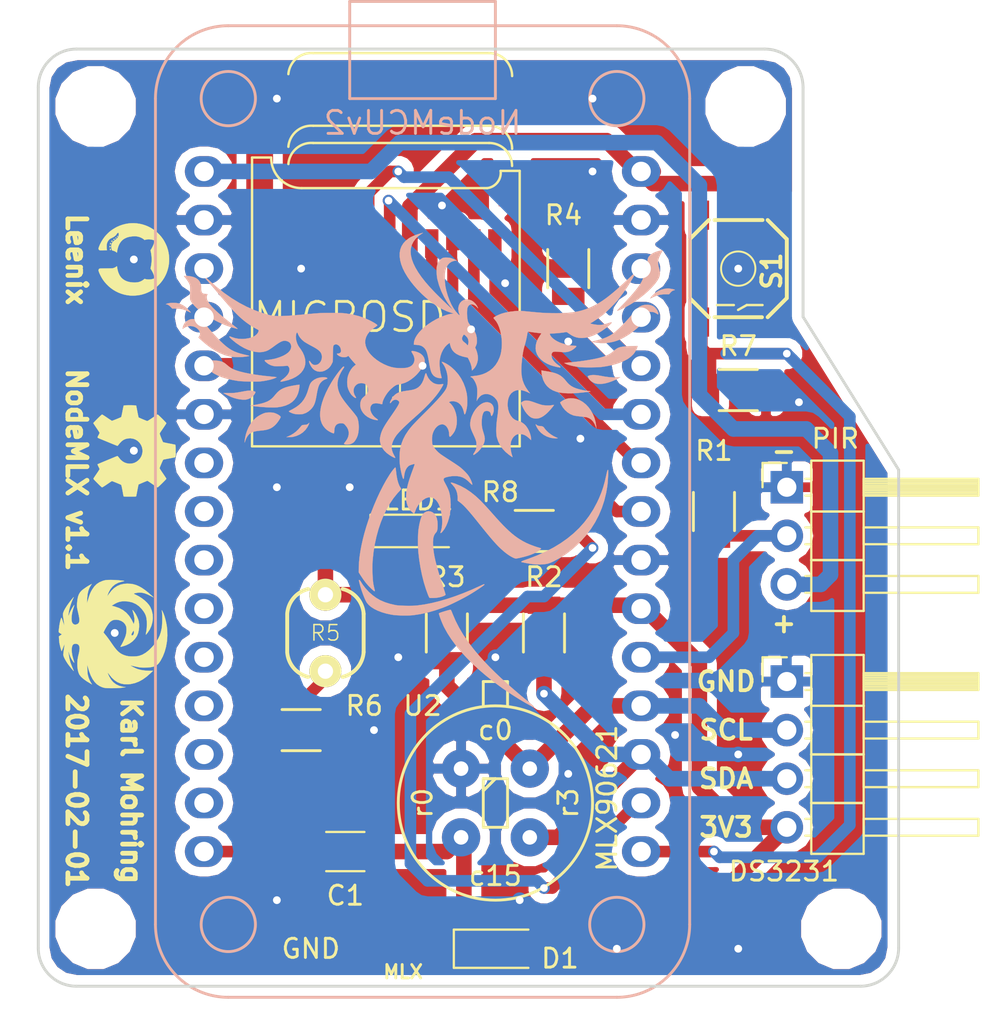
<source format=kicad_pcb>
(kicad_pcb (version 4) (host pcbnew 4.0.5)
  (layers (0 F.Cu signal) (31 B.Cu signal) (34 B.Paste user) (35 F.Paste user) (36 B.SilkS user) (37 F.SilkS user) (38 B.Mask user) (39 F.Mask user) (44 Edge.Cuts user))
  (net 0 "")
  (net 1 "Net-(C1-Pad1)")
  (net 2 GND)
  (net 3 SCL)
  (net 4 SDA)
  (net 5 3.3V)
  (net 6 PIR)
  (net 7 5V)
  (net 8 SD_CS)
  (net 9 SD_MOSI)
  (net 10 SD_CLK)
  (net 11 SD_MISO)
  (net 12 LIGHT)
  (net 13 BUTTON)
  (net 14 LED)
  (net 15 "Net-(LED1-Pad2)")
  (module Diodes_SMD:D_SOD-123 (layer F.Cu) (at 41.9852 66.04)
    (fp_text reference D1 (at 3.302 0.508) (layer F.SilkS))
    (fp_text value 1N4148 hide)
    (pad 1 smd rect (at -1.65 0) (size 0.9 1.2) (layers F.Cu F.Paste F.Mask) (net 1 "Net-(C1-Pad1)"))
    (pad 2 smd rect (at 1.65 0) (size 0.9 1.2) (layers F.Cu F.Paste F.Mask) (net 5 3.3V))
  )
  (module toolbox:via-0.6mm (layer F.Cu) (at 45.72 56.896)
    (fp_text reference "" hide)
    (fp_text value "" hide)
    (pad 1 thru_hole circle (at 0 0) (size 0.8128 0.8128) (drill 0.4064) (layers *.Cu) (net 2 GND))
  )
  (module toolbox:via-0.6mm (layer F.Cu) (at 36.83 50.8)
    (fp_text reference "" hide)
    (fp_text value "" hide)
    (pad 1 thru_hole circle (at 0 0) (size 0.8128 0.8128) (drill 0.4064) (layers *.Cu) (net 2 GND))
  )
  (module toolbox:via-0.6mm (layer F.Cu) (at 51.308 54.864)
    (fp_text reference "" hide)
    (fp_text value "" hide)
    (pad 1 thru_hole circle (at 0 0) (size 0.8128 0.8128) (drill 0.4064) (layers *.Cu) (net 2 GND))
  )
  (module toolbox:via-0.6mm (layer F.Cu) (at 54.61 30.48)
    (fp_text reference "" hide)
    (fp_text value "" hide)
    (pad 1 thru_hole circle (at 0 0) (size 0.8128 0.8128) (drill 0.4064) (layers *.Cu) (net 2 GND))
  )
  (module toolbox:via-0.6mm (layer F.Cu) (at 22 49.53)
    (fp_text reference "" hide)
    (fp_text value "" hide)
    (pad 1 thru_hole circle (at 0 0) (size 0.8128 0.8128) (drill 0.4064) (layers *.Cu) (net 2 GND))
  )
  (module toolbox:via-0.6mm (layer F.Cu) (at 23 40)
    (fp_text reference "" hide)
    (fp_text value "" hide)
    (pad 1 thru_hole circle (at 0 0) (size 0.8128 0.8128) (drill 0.4064) (layers *.Cu) (net 2 GND))
  )
  (module toolbox:via-0.6mm (layer F.Cu) (at 23 30)
    (fp_text reference "" hide)
    (fp_text value "" hide)
    (pad 1 thru_hole circle (at 0 0) (size 0.8128 0.8128) (drill 0.4064) (layers *.Cu) (net 2 GND))
  )
  (module toolbox:via-0.6mm (layer F.Cu) (at 23 40)
    (fp_text reference "" hide)
    (fp_text value "" hide)
    (pad 1 thru_hole circle (at 0 0) (size 0.8128 0.8128) (drill 0.4064) (layers *.Cu) (net 2 GND))
  )
  (module toolbox:phoenix-round (layer F.Cu) (at 22 49.53 270)
    (fp_text reference G*** hide)
    (fp_text value LOGO hide)
  )
  (module toolbox:via-0.6mm (layer F.Cu) (at 41.91 50.8)
    (fp_text reference "" hide)
    (fp_text value "" hide)
    (pad 1 thru_hole circle (at 0 0) (size 0.8128 0.8128) (drill 0.4064) (layers *.Cu) (net 2 GND))
  )
  (module Pin_Headers:Pin_Header_Angled_1x03_Pitch2.54mm (layer F.Cu) (at 57.15 41.91)
    (fp_text reference J2 hide)
    (fp_text value PIR (at 2.54 -2.54) (layer F.SilkS))
    (pad 1 thru_hole rect (at 0 0) (size 1.7 1.7) (drill 1) (layers *.Cu *.Mask) (net 2 GND))
    (pad 2 thru_hole oval (at 0 2.54) (size 1.7 1.7) (drill 1) (layers *.Cu *.Mask) (net 6 PIR))
    (pad 3 thru_hole oval (at 0 5.08) (size 1.7 1.7) (drill 1) (layers *.Cu *.Mask) (net 7 5V))
  )
  (module Resistors_SMD:R_1206 (layer F.Cu) (at 53.34 43.18 90)
    (fp_text reference R1 (at 3.175 0 180) (layer F.SilkS))
    (fp_text value 4K7)
    (pad 1 smd rect (at -1.45 0 90) (size 0.9 1.7) (layers F.Cu F.Paste F.Mask) (net 6 PIR))
    (pad 2 smd rect (at 1.45 0 90) (size 0.9 1.7) (layers F.Cu F.Paste F.Mask) (net 2 GND))
  )
  (module toolbox:nodemcuv2 (layer B.Cu) (at 38.1 43.18 90)
    (fp_text reference U1 hide)
    (fp_text value NodeMCUv2 (at 20.32 0 180) (layer B.SilkS) (effects (font (size 1.2 1.2)) (justify mirror)))
    (pad D0 thru_hole oval (at -17.78 11.43 90) (size 1.6 2) (drill 1.016) (layers *.Cu *.Mask) (net 13 BUTTON))
    (pad A0 thru_hole oval (at -17.78 -11.43 90) (size 1.6 2) (drill 1.016) (layers *.Cu *.Mask) (net 12 LIGHT))
    (pad D1 thru_hole oval (at -15.24 11.43 90) (size 1.6 2) (drill 1.016) (layers *.Cu *.Mask) (net 14 LED))
    (pad RSV thru_hole oval (at -15.24 -11.43 90) (size 1.6 2) (drill 1.016) (layers *.Cu *.Mask))
    (pad D2 thru_hole oval (at -12.7 11.43 90) (size 1.6 2) (drill 1.016) (layers *.Cu *.Mask) (net 4 SDA))
    (pad RSV thru_hole oval (at -12.7 -11.43 90) (size 1.6 2) (drill 1.016) (layers *.Cu *.Mask))
    (pad D3 thru_hole oval (at -10.16 11.43 90) (size 1.6 2) (drill 1.016) (layers *.Cu *.Mask) (net 3 SCL))
    (pad SDD3 thru_hole oval (at -10.16 -11.43 90) (size 1.6 2) (drill 1.016) (layers *.Cu *.Mask))
    (pad D4 thru_hole oval (at -7.62 11.43 90) (size 1.6 2) (drill 1.016) (layers *.Cu *.Mask) (net 6 PIR))
    (pad SDD2 thru_hole oval (at -7.62 -11.43 90) (size 1.6 2) (drill 1.016) (layers *.Cu *.Mask))
    (pad 3V3 thru_hole oval (at -5.08 11.43 90) (size 1.6 2) (drill 1.016) (layers *.Cu *.Mask) (net 5 3.3V))
    (pad SDD1 thru_hole oval (at -5.08 -11.43 90) (size 1.6 2) (drill 1.016) (layers *.Cu *.Mask))
    (pad GND thru_hole oval (at -2.54 11.43 90) (size 1.6 2) (drill 1.016) (layers *.Cu *.Mask) (net 2 GND))
    (pad SCMD thru_hole oval (at -2.54 -11.43 90) (size 1.6 2) (drill 1.016) (layers *.Cu *.Mask))
    (pad D5 thru_hole oval (at 0 11.43 90) (size 1.6 2) (drill 1.016) (layers *.Cu *.Mask) (net 10 SD_CLK))
    (pad SDD0 thru_hole oval (at 0 -11.43 90) (size 1.6 2) (drill 1.016) (layers *.Cu *.Mask))
    (pad D6 thru_hole oval (at 2.54 11.43 90) (size 1.6 2) (drill 1.016) (layers *.Cu *.Mask) (net 11 SD_MISO))
    (pad SCLK thru_hole oval (at 2.54 -11.43 90) (size 1.6 2) (drill 1.016) (layers *.Cu *.Mask))
    (pad D7 thru_hole oval (at 5.08 11.43 90) (size 1.6 2) (drill 1.016) (layers *.Cu *.Mask) (net 9 SD_MOSI))
    (pad GND thru_hole oval (at 5.08 -11.43 90) (size 1.6 2) (drill 1.016) (layers *.Cu *.Mask) (net 2 GND))
    (pad D8 thru_hole oval (at 7.62 11.43 90) (size 1.6 2) (drill 1.016) (layers *.Cu *.Mask) (net 8 SD_CS))
    (pad 3V3 thru_hole oval (at 7.62 -11.43 90) (size 1.6 2) (drill 1.016) (layers *.Cu *.Mask) (net 5 3.3V))
    (pad D9 thru_hole oval (at 10.16 11.43 90) (size 1.6 2) (drill 1.016) (layers *.Cu *.Mask))
    (pad EN thru_hole oval (at 10.16 -11.43 90) (size 1.6 2) (drill 1.016) (layers *.Cu *.Mask))
    (pad D10 thru_hole oval (at 12.7 11.43 90) (size 1.6 2) (drill 1.016) (layers *.Cu *.Mask))
    (pad RST thru_hole oval (at 12.7 -11.43 90) (size 1.6 2) (drill 1.016) (layers *.Cu *.Mask))
    (pad GND thru_hole oval (at 15.24 11.43 90) (size 1.6 2) (drill 1.016) (layers *.Cu *.Mask) (net 2 GND))
    (pad GND thru_hole oval (at 15.24 -11.43 90) (size 1.6 2) (drill 1.016) (layers *.Cu *.Mask) (net 2 GND))
    (pad 3V3 thru_hole oval (at 17.78 11.43 90) (size 1.6 2) (drill 1.016) (layers *.Cu *.Mask) (net 5 3.3V))
    (pad Vin thru_hole oval (at 17.78 -11.43 90) (size 1.6 2) (drill 1.016) (layers *.Cu *.Mask) (net 7 5V))
  )
  (module toolbox:phoenix (layer B.Cu) (at 38 41 180)
    (fp_text reference G*** hide)
    (fp_text value LOGO hide)
  )
  (module toolbox:via-0.6mm (layer F.Cu) (at 46.99 21.59)
    (fp_text reference "" hide)
    (fp_text value "" hide)
    (pad 1 thru_hole circle (at 0 0) (size 0.8128 0.8128) (drill 0.4064) (layers *.Cu) (net 2 GND))
  )
  (module toolbox:via-0.6mm (layer F.Cu) (at 30.48 21.59)
    (fp_text reference "" hide)
    (fp_text value "" hide)
    (pad 1 thru_hole circle (at 0 0) (size 0.8128 0.8128) (drill 0.4064) (layers *.Cu) (net 2 GND))
  )
  (module Mounting_Holes:MountingHole_3.2mm_M3 (layer F.Cu) (at 55 22)
    (fp_text reference REF** hide)
    (fp_text value MountingHole_3.2mm_M3 hide)
    (pad 1 np_thru_hole circle (at 0 0) (size 3.2 3.2) (drill 3.2) (layers *.Cu *.Mask))
  )
  (module Mounting_Holes:MountingHole_3.2mm_M3 (layer F.Cu) (at 21 22)
    (fp_text reference REF** hide)
    (fp_text value MountingHole_3.2mm_M3 hide)
    (pad 1 np_thru_hole circle (at 0 0) (size 3.2 3.2) (drill 3.2) (layers *.Cu *.Mask))
  )
  (module Mounting_Holes:MountingHole_3.2mm_M3 (layer F.Cu) (at 21 65)
    (fp_text reference REF** hide)
    (fp_text value MountingHole_3.2mm_M3 hide)
    (pad 1 np_thru_hole circle (at 0 0) (size 3.2 3.2) (drill 3.2) (layers *.Cu *.Mask))
  )
  (module toolbox:via-0.6mm (layer F.Cu) (at 46.355 39.37)
    (fp_text reference "" hide)
    (fp_text value "" hide)
    (pad 1 thru_hole circle (at 0 0) (size 0.8128 0.8128) (drill 0.4064) (layers *.Cu) (net 2 GND))
  )
  (module toolbox:via-0.6mm (layer F.Cu) (at 40.64 33.655)
    (fp_text reference "" hide)
    (fp_text value "" hide)
    (pad 1 thru_hole circle (at 0 0) (size 0.8128 0.8128) (drill 0.4064) (layers *.Cu) (net 2 GND))
  )
  (module toolbox:via-0.6mm (layer F.Cu) (at 42.418 31.242)
    (fp_text reference "" hide)
    (fp_text value "" hide)
    (pad 1 thru_hole circle (at 0 0) (size 0.8128 0.8128) (drill 0.4064) (layers *.Cu) (net 2 GND))
  )
  (module toolbox:via-0.6mm (layer F.Cu) (at 39.116 27.178)
    (fp_text reference "" hide)
    (fp_text value "" hide)
    (pad 1 thru_hole circle (at 0 0) (size 0.8128 0.8128) (drill 0.4064) (layers *.Cu) (net 2 GND))
  )
  (module toolbox:via-0.6mm (layer F.Cu) (at 54.61 55.88)
    (fp_text reference "" hide)
    (fp_text value "" hide)
    (pad 1 thru_hole circle (at 0 0) (size 0.8128 0.8128) (drill 0.4064) (layers *.Cu) (net 2 GND))
  )
  (module toolbox:via-0.6mm (layer F.Cu) (at 54.61 66.04)
    (fp_text reference "" hide)
    (fp_text value "" hide)
    (pad 1 thru_hole circle (at 0 0) (size 0.8128 0.8128) (drill 0.4064) (layers *.Cu) (net 2 GND))
  )
  (module toolbox:via-0.6mm (layer F.Cu) (at 48.26 66.04)
    (fp_text reference "" hide)
    (fp_text value "" hide)
    (pad 1 thru_hole circle (at 0 0) (size 0.8128 0.8128) (drill 0.4064) (layers *.Cu) (net 2 GND))
  )
  (module toolbox:via-0.6mm (layer F.Cu) (at 43.18 63.5)
    (fp_text reference "" hide)
    (fp_text value "" hide)
    (pad 1 thru_hole circle (at 0 0) (size 0.8128 0.8128) (drill 0.4064) (layers *.Cu) (net 2 GND))
  )
  (module toolbox:via-0.6mm (layer F.Cu) (at 30.48 63.5)
    (fp_text reference "" hide)
    (fp_text value "" hide)
    (pad 1 thru_hole circle (at 0 0) (size 0.8128 0.8128) (drill 0.4064) (layers *.Cu) (net 2 GND))
  )
  (module toolbox:via-0.6mm (layer F.Cu) (at 35.56 54.61)
    (fp_text reference "" hide)
    (fp_text value "" hide)
    (pad 1 thru_hole circle (at 0 0) (size 0.8128 0.8128) (drill 0.4064) (layers *.Cu) (net 2 GND))
  )
  (module toolbox:via-0.6mm (layer F.Cu) (at 46.99 25.4)
    (fp_text reference "" hide)
    (fp_text value "" hide)
    (pad 1 thru_hole circle (at 0 0) (size 0.8128 0.8128) (drill 0.4064) (layers *.Cu) (net 2 GND))
  )
  (module toolbox:via-0.6mm (layer F.Cu) (at 45.72 34.29)
    (fp_text reference "" hide)
    (fp_text value "" hide)
    (pad 1 thru_hole circle (at 0 0) (size 0.8128 0.8128) (drill 0.4064) (layers *.Cu) (net 2 GND))
  )
  (module toolbox:via-0.6mm (layer F.Cu) (at 34.29 41.91)
    (fp_text reference "" hide)
    (fp_text value "" hide)
    (pad 1 thru_hole circle (at 0 0) (size 0.8128 0.8128) (drill 0.4064) (layers *.Cu) (net 2 GND))
  )
  (module toolbox:via-0.6mm (layer F.Cu) (at 30.48 41.91)
    (fp_text reference "" hide)
    (fp_text value "" hide)
    (pad 1 thru_hole circle (at 0 0) (size 0.8128 0.8128) (drill 0.4064) (layers *.Cu) (net 2 GND))
  )
  (module toolbox:via-0.6mm (layer F.Cu) (at 38.1 35.56)
    (fp_text reference "" hide)
    (fp_text value "" hide)
    (pad 1 thru_hole circle (at 0 0) (size 0.8128 0.8128) (drill 0.4064) (layers *.Cu) (net 2 GND))
  )
  (module toolbox:via-0.6mm (layer F.Cu) (at 31.75 30.48)
    (fp_text reference "" hide)
    (fp_text value "" hide)
    (pad 1 thru_hole circle (at 0 0) (size 0.8128 0.8128) (drill 0.4064) (layers *.Cu) (net 2 GND))
  )
  (module Capacitors_SMD:C_1206 (layer F.Cu) (at 34.06 60.96 180)
    (fp_text reference C1 (at 0 -2.3 180) (layer F.SilkS))
    (fp_text value 10uF)
    (pad 1 smd rect (at -1.5 0 180) (size 1 1.6) (layers F.Cu F.Paste F.Mask) (net 1 "Net-(C1-Pad1)"))
    (pad 2 smd rect (at 1.5 0 180) (size 1 1.6) (layers F.Cu F.Paste F.Mask) (net 2 GND))
  )
  (module Resistors_SMD:R_1206 (layer F.Cu) (at 44.45 49.53 270)
    (fp_text reference R2 (at -2.921 0 360) (layer F.SilkS))
    (fp_text value 4K7)
    (pad 1 smd rect (at -1.45 0 270) (size 0.9 1.7) (layers F.Cu F.Paste F.Mask) (net 5 3.3V))
    (pad 2 smd rect (at 1.45 0 270) (size 0.9 1.7) (layers F.Cu F.Paste F.Mask) (net 4 SDA))
  )
  (module Resistors_SMD:R_1206 (layer F.Cu) (at 39.37 49.53 270)
    (fp_text reference R3 (at -2.921 0 360) (layer F.SilkS))
    (fp_text value 4K7)
    (pad 1 smd rect (at -1.45 0 270) (size 0.9 1.7) (layers F.Cu F.Paste F.Mask) (net 5 3.3V))
    (pad 2 smd rect (at 1.45 0 270) (size 0.9 1.7) (layers F.Cu F.Paste F.Mask) (net 3 SCL))
  )
  (module Resistors_SMD:R_1206 (layer F.Cu) (at 45.72 30.48 90)
    (fp_text reference R4 (at 2.794 -0.254 180) (layer F.SilkS))
    (fp_text value 4K7)
    (pad 1 smd rect (at -1.45 0 90) (size 0.9 1.7) (layers F.Cu F.Paste F.Mask) (net 8 SD_CS))
    (pad 2 smd rect (at 1.45 0 90) (size 0.9 1.7) (layers F.Cu F.Paste F.Mask) (net 2 GND))
  )
  (module Resistors_SMD:R_1206 (layer F.Cu) (at 31.75 54.61)
    (fp_text reference R6 (at 3.302 -1.27) (layer F.SilkS))
    (fp_text value 10K)
    (pad 1 smd rect (at -1.45 0) (size 0.9 1.7) (layers F.Cu F.Paste F.Mask) (net 12 LIGHT))
    (pad 2 smd rect (at 1.45 0) (size 0.9 1.7) (layers F.Cu F.Paste F.Mask) (net 2 GND))
  )
  (module PAD.02X.02 (layer F.Cu) (at 37.084 66.04)
    (fp_text reference TP1 hide)
    (fp_text value MLX (at 0 1.21) (layer F.SilkS) (effects (font (size 0.7 0.7))))
    (pad P$1 smd rect (at 0 0) (size 0.508 0.508) (layers F.Cu F.Paste F.Mask) (net 1 "Net-(C1-Pad1)"))
  )
  (module PAD.02X.02 (layer F.Cu) (at 34.29 66.04)
    (fp_text reference TP2 hide)
    (fp_text value GND (at -2.032 0) (layer F.SilkS))
    (pad P$1 smd rect (at 0 0) (size 0.508 0.508) (layers F.Cu F.Paste F.Mask) (net 2 GND))
  )
  (module toolbox:mlx90621 (layer F.Cu) (at 41.91 58.42 90)
    (fp_text reference U2 (at 5.08 -3.81 180) (layer F.SilkS))
    (fp_text value MLX90621 (at 0.254 5.842 90) (layer F.SilkS))
    (fp_text user c0 (at 3.81 -0.000003 360) (layer F.SilkS))
    (fp_text user c15 (at -3.81 -0.000003 360) (layer F.SilkS))
    (fp_text user r0 (at 0 -3.810003 90) (layer F.SilkS))
    (fp_text user r3 (at 0 3.809997 90) (layer F.SilkS))
    (pad SCL thru_hole circle (at 1.796051 1.796048 135) (size 2 2) (drill 0.762) (layers *.Cu *.Mask) (net 3 SCL))
    (pad SDA thru_hole circle (at -1.796051 1.796048 135) (size 2 2) (drill 0.762) (layers *.Cu *.Mask) (net 4 SDA))
    (pad VDD thru_hole circle (at -1.796051 -1.796054 315) (size 2 2) (drill 0.762) (layers *.Cu *.Mask) (net 1 "Net-(C1-Pad1)"))
    (pad VSS thru_hole circle (at 1.796051 -1.796054 135) (size 2 2) (drill 0.762) (layers *.Cu *.Mask) (net 2 GND))
  )
  (module SparkFun-Sensors:PHOTOCELL (layer F.Cu) (at 33.02 49.53 270)
    (fp_text reference R5 (at 0 0 360) (layer F.SilkS) (effects (font (size 0.8128 0.8128) (thickness 0.0762))))
    (fp_text value PHOTOCELLPTH hide)
    (pad 1 thru_hole circle (at -1.99898 0 270) (size 1.6764 1.6764) (drill 0.79756) (layers *.Cu F.Paste F.SilkS F.Mask) (net 5 3.3V))
    (pad 2 thru_hole circle (at 1.99898 0 270) (size 1.6764 1.6764) (drill 0.79756) (layers *.Cu F.Paste F.SilkS F.Mask) (net 12 LIGHT))
  )
  (module toolbox:via-0.6mm (layer F.Cu) (at 57.785 37.465)
    (fp_text reference "" hide)
    (fp_text value "" hide)
    (pad 1 thru_hole circle (at 0 0) (size 0.8128 0.8128) (drill 0.4064) (layers *.Cu) (net 2 GND))
  )
  (module toolbox:MICROSD (layer F.Cu) (at 43.18 39.80942 180)
    (fp_text reference M1 (at 6.985 3.175 180) (layer F.SilkS) (effects (font (size 1.27 1.27) (thickness 0.1016))))
    (fp_text value MICROSD (at 8.89 6.78942 180) (layer F.SilkS))
    (pad 1 smd rect (at 8.99922 10.63752 180) (size 0.6985 1.4986) (layers F.Cu F.Paste F.Mask))
    (pad 2 smd rect (at 7.8994 10.23874 180) (size 0.6985 1.4986) (layers F.Cu F.Paste F.Mask) (net 8 SD_CS))
    (pad 3 smd rect (at 6.79958 10.63752 180) (size 0.6985 1.4986) (layers F.Cu F.Paste F.Mask) (net 9 SD_MOSI))
    (pad 4 smd rect (at 5.69976 11.03884 180) (size 0.6985 1.4986) (layers F.Cu F.Paste F.Mask) (net 5 3.3V))
    (pad 5 smd rect (at 4.59994 10.63752 180) (size 0.6985 1.4986) (layers F.Cu F.Paste F.Mask) (net 10 SD_CLK))
    (pad 6 smd rect (at 3.49758 11.03884 180) (size 0.6985 1.4986) (layers F.Cu F.Paste F.Mask) (net 2 GND))
    (pad 7 smd rect (at 2.39776 10.63752 180) (size 0.6985 1.4986) (layers F.Cu F.Paste F.Mask) (net 11 SD_MISO))
    (pad 8 smd rect (at 1.29794 10.63752 180) (size 0.6985 1.4986) (layers F.Cu F.Paste F.Mask))
    (pad CD1 smd rect (at 1.99898 0.43942 270) (size 1.39954 1.79832) (layers F.Cu F.Paste F.Mask))
    (pad CD2 smd rect (at 7.99846 0.43942 270) (size 1.39954 1.79832) (layers F.Cu F.Paste F.Mask))
    (pad MT1 smd rect (at 0.39878 13.5382 180) (size 1.39954 1.89992) (layers F.Cu F.Paste F.Mask) (net 2 GND))
    (pad MT2 smd rect (at 13.59916 14.4399 180) (size 1.39954 1.89992) (layers F.Cu F.Paste F.Mask) (net 2 GND))
  )
  (module Mounting_Holes:MountingHole_3.2mm_M3 (layer F.Cu) (at 60 65)
    (fp_text reference REF** hide)
    (fp_text value MountingHole_3.2mm_M3 hide)
    (pad 1 np_thru_hole circle (at 0 0) (size 3.2 3.2) (drill 3.2) (layers *.Cu *.Mask))
  )
  (module toolbox:octokitty_small (layer F.Cu) (at 23 30 270)
    (fp_text reference G*** hide)
    (fp_text value LOGO hide)
  )
  (module toolbox:open-hardware-5mm (layer F.Cu) (at 23 40 270)
    (fp_text reference G*** hide)
    (fp_text value LOGO hide)
  )
  (module Resistors_SMD:R_1206 (layer F.Cu) (at 54.61 36.83)
    (fp_text reference R7 (at 0 -2.3) (layer F.SilkS))
    (fp_text value 4K7)
    (pad 1 smd rect (at -1.45 0) (size 0.9 1.7) (layers F.Cu F.Paste F.Mask) (net 13 BUTTON))
    (pad 2 smd rect (at 1.45 0) (size 0.9 1.7) (layers F.Cu F.Paste F.Mask) (net 2 GND))
  )
  (module Resistors_SMD:R_1206 (layer F.Cu) (at 43.942 44.196 180)
    (fp_text reference R8 (at 1.778 2.032 180) (layer F.SilkS))
    (fp_text value 130R)
    (pad 1 smd rect (at -1.45 0 180) (size 0.9 1.7) (layers F.Cu F.Paste F.Mask) (net 14 LED))
    (pad 2 smd rect (at 1.45 0 180) (size 0.9 1.7) (layers F.Cu F.Paste F.Mask) (net 15 "Net-(LED1-Pad2)"))
  )
  (module LEDs:LED_1206 (layer F.Cu) (at 37.87648 44.196)
    (fp_text reference LED1 (at 0 -1.6) (layer F.SilkS))
    (fp_text value RED)
    (pad 2 smd rect (at 1.65 0 180) (size 1.5 1.5) (layers F.Cu F.Paste F.Mask) (net 15 "Net-(LED1-Pad2)"))
    (pad 1 smd rect (at -1.65 0 180) (size 1.5 1.5) (layers F.Cu F.Paste F.Mask) (net 2 GND))
  )
  (module toolbox:Pin_Header_Angled_1x04_Pitch2.54mm (layer F.Cu) (at 57.15 52.07)
    (fp_text reference J1 hide)
    (fp_text value DS3231 (at -0.15 9.93) (layer F.SilkS))
    (pad 1 thru_hole rect (at 0 0) (size 1.7 1.7) (drill 1) (layers *.Cu *.Mask) (net 2 GND))
    (pad 2 thru_hole oval (at 0 2.54) (size 1.7 1.7) (drill 1) (layers *.Cu *.Mask) (net 3 SCL))
    (pad 3 thru_hole oval (at 0 5.08) (size 1.7 1.7) (drill 1) (layers *.Cu *.Mask) (net 4 SDA))
    (pad 4 thru_hole oval (at 0 7.62) (size 1.7 1.7) (drill 1) (layers *.Cu *.Mask) (net 5 3.3V))
  )
  (module toolbox:TACTILE-SWITCH-SMD (layer F.Cu) (at 54.61 30.48 270)
    (fp_text reference S1 (at 0.127 -1.75 270) (layer F.SilkS) (effects (font (thickness 0.2))))
    (fp_text value TAC_SWITCHSMD hide)
    (pad 1 smd rect (at -2.794 -1.905) (size 0.762 1.524) (layers F.Cu F.Paste F.Mask) (net 5 3.3V))
    (pad 2 smd rect (at 2.794 -1.905) (size 0.762 1.524) (layers F.Cu F.Paste F.Mask) (net 5 3.3V))
    (pad 3 smd rect (at -2.794 1.905) (size 0.762 1.524) (layers F.Cu F.Paste F.Mask) (net 13 BUTTON))
    (pad 4 smd rect (at 2.794 1.905) (size 0.762 1.524) (layers F.Cu F.Paste F.Mask) (net 13 BUTTON))
  )
  (gr_text Leenix (at 20 30 270) (layer F.SilkS) (effects (font (size 1 1) (thickness 0.25))))
  (gr_text "2017-02-01\n" (at 20 57.785 270) (layer F.SilkS) (effects (font (size 1 1) (thickness 0.25))))
  (gr_text "Karl Mohring" (at 22.86 57.785 270) (layer F.SilkS) (effects (font (size 1 1) (thickness 0.25))))
  (gr_text "NodeMLX v1.1" (at 20 41 270) (layer F.SilkS) (effects (font (size 1 1) (thickness 0.25))))
  (gr_arc (start 61 66) (end 63 66) (angle 90) (layer Edge.Cuts) (width 0.15))
  (gr_arc (start 20 66) (end 20 68) (angle 90) (layer Edge.Cuts) (width 0.15))
  (gr_arc (start 20 21) (end 18 21) (angle 90) (layer Edge.Cuts) (width 0.15))
  (gr_arc (start 56 21) (end 56 19) (angle 90) (layer Edge.Cuts) (width 0.15))
  (gr_line (start 58 33) (end 63 41) (layer Edge.Cuts) (width 0.15))
  (gr_line (start 58 21) (end 58 33) (layer Edge.Cuts) (width 0.15))
  (gr_text - (at 57 40) (layer F.SilkS) (effects (font (size 1 1) (thickness 0.2))))
  (gr_text + (at 57 49) (layer F.SilkS) (effects (font (size 1 1) (thickness 0.2))))
  (gr_text GND (at 53.975 52.07) (layer F.SilkS) (effects (font (size 1 1) (thickness 0.2))))
  (gr_text SCL (at 53.975 54.61) (layer F.SilkS) (effects (font (size 1 1) (thickness 0.2))))
  (gr_text SDA (at 53.975 57.15) (layer F.SilkS) (effects (font (size 1 1) (thickness 0.2))))
  (gr_text 3V3 (at 53.975 59.69) (layer F.SilkS) (effects (font (size 1 1) (thickness 0.2))))
  (gr_line (start 56 19) (end 20 19) (angle 90) (layer Edge.Cuts) (width 0.15))
  (gr_line (start 63 66) (end 63 41) (angle 90) (layer Edge.Cuts) (width 0.15))
  (gr_line (start 20 68) (end 61 68) (angle 90) (layer Edge.Cuts) (width 0.15))
  (gr_line (start 18 21) (end 18 66) (angle 90) (layer Edge.Cuts) (width 0.15))
  (segment (start 40.26 66.04) (end 37.084 66.04) (width 0.8124) (layer F.Cu) (net 1))
  (segment (start 40.26 66.04) (end 40.26 60.362105) (width 0.8124) (layer F.Cu) (net 1))
  (segment (start 40.26 60.362105) (end 40.113946 60.216051) (width 0.8124) (layer F.Cu) (net 1))
  (segment (start 40.113946 65.818746) (end 40.3352 66.04) (width 0.8124) (layer F.Cu) (net 1))
  (segment (start 35.56 60.96) (end 39.369997 60.96) (width 0.8124) (layer F.Cu) (net 1))
  (segment (start 39.369997 60.96) (end 40.113946 60.216051) (width 0.8124) (layer F.Cu) (net 1))
  (segment (start 40.3352 60.437305) (end 40.113946 60.216051) (width 0.6069) (layer F.Cu) (net 1))
  (segment (start 57.15 54.61) (end 53.848 54.61) (width 0.8124) (layer B.Cu) (net 3))
  (segment (start 53.848 54.61) (end 52.578 53.34) (width 0.8124) (layer B.Cu) (net 3))
  (segment (start 52.578 53.34) (end 49.53 53.34) (width 0.8124) (layer B.Cu) (net 3))
  (segment (start 39.37 50.98) (end 39.37 52.287901) (width 0.8124) (layer F.Cu) (net 3))
  (segment (start 39.37 52.287901) (end 43.706048 56.623949) (width 0.8124) (layer F.Cu) (net 3))
  (segment (start 46.989997 53.34) (end 49.53 53.34) (width 0.8124) (layer F.Cu) (net 3))
  (segment (start 43.706048 56.623949) (end 46.989997 53.34) (width 0.8124) (layer F.Cu) (net 3))
  (segment (start 39.37 50.98) (end 39.77 50.98) (width 0.3048) (layer F.Cu) (net 3))
  (segment (start 49.53 55.88) (end 49.73 55.88) (width 0.8124) (layer B.Cu) (net 4))
  (segment (start 55.947919 57.15) (end 57.15 57.15) (width 0.8124) (layer B.Cu) (net 4))
  (segment (start 49.73 55.88) (end 51 57.15) (width 0.8124) (layer B.Cu) (net 4))
  (segment (start 51 57.15) (end 55.947919 57.15) (width 0.8124) (layer B.Cu) (net 4))
  (segment (start 44.45 52.705) (end 44.45 50.98) (width 0.8124) (layer F.Cu) (net 4))
  (segment (start 49.53 55.88) (end 47.625 55.88) (width 0.8124) (layer B.Cu) (net 4))
  (segment (start 47.625 55.88) (end 44.45 52.705) (width 0.8124) (layer B.Cu) (net 4))
  (via (at 44.45 52.705) (size 0.6) (drill 0.4) (layers F.Cu B.Cu) (net 4))
  (segment (start 43.706048 60.216051) (end 45.193949 60.216051) (width 0.8124) (layer F.Cu) (net 4))
  (segment (start 45.193949 60.216051) (end 49.53 55.88) (width 0.8124) (layer F.Cu) (net 4))
  (segment (start 49.53 25.4) (end 50.165 26.035) (width 0.8128) (layer F.Cu) (net 5))
  (segment (start 50.165 26.035) (end 55.245 26.035) (width 0.8128) (layer F.Cu) (net 5))
  (segment (start 55.245 26.035) (end 56.515 27.305) (width 0.8128) (layer F.Cu) (net 5))
  (segment (start 56.515 27.305) (end 56.515 27.686) (width 0.8128) (layer F.Cu) (net 5))
  (segment (start 56.515 27.686) (end 56.515 33.274) (width 0.8128) (layer F.Cu) (net 5))
  (segment (start 46.803 64.135) (end 52.705 64.135) (width 0.8128) (layer F.Cu) (net 5))
  (segment (start 52.705 64.135) (end 57.15 59.69) (width 0.8128) (layer F.Cu) (net 5))
  (segment (start 43.6352 66.04) (end 44.898 66.04) (width 0.8128) (layer F.Cu) (net 5))
  (segment (start 44.898 66.04) (end 46.803 64.135) (width 0.8128) (layer F.Cu) (net 5))
  (segment (start 57.15 59.69) (end 54.677919 59.69) (width 0.8124) (layer F.Cu) (net 5))
  (segment (start 54.677919 59.69) (end 52.578 57.590081) (width 0.8124) (layer F.Cu) (net 5))
  (segment (start 52.578 57.590081) (end 52.578 51.108) (width 0.8124) (layer F.Cu) (net 5))
  (segment (start 52.578 51.108) (end 49.73 48.26) (width 0.8124) (layer F.Cu) (net 5))
  (segment (start 49.73 48.26) (end 49.53 48.26) (width 0.8124) (layer F.Cu) (net 5))
  (segment (start 37.436071 27.238088) (end 37.436071 28.726411) (width 0.8128) (layer F.Cu) (net 5))
  (segment (start 37.436071 28.726411) (end 37.48024 28.77058) (width 0.8128) (layer F.Cu) (net 5))
  (segment (start 49.276 25.654) (end 49.53 25.4) (width 0.8128) (layer B.Cu) (net 5))
  (segment (start 49.33 25.4) (end 49.53 25.4) (width 0.8128) (layer F.Cu) (net 5))
  (segment (start 31.8135 35.56) (end 32.362392 35.56) (width 0.8128) (layer F.Cu) (net 5))
  (segment (start 47.7172 23.7872) (end 49.33 25.4) (width 0.8128) (layer F.Cu) (net 5))
  (segment (start 40.886959 23.7872) (end 47.7172 23.7872) (width 0.8128) (layer F.Cu) (net 5))
  (segment (start 37.436071 27.238088) (end 40.886959 23.7872) (width 0.8128) (layer F.Cu) (net 5))
  (segment (start 32.362392 35.56) (end 37.436071 30.486321) (width 0.8128) (layer F.Cu) (net 5))
  (segment (start 37.436071 30.486321) (end 37.436071 27.238088) (width 0.8128) (layer F.Cu) (net 5))
  (segment (start 44.45 48.08) (end 49.35 48.08) (width 0.8124) (layer F.Cu) (net 5))
  (segment (start 49.35 48.08) (end 49.53 48.26) (width 0.8124) (layer F.Cu) (net 5))
  (segment (start 39.37 48.08) (end 44.45 48.08) (width 0.8124) (layer F.Cu) (net 5))
  (segment (start 33.02 47.53102) (end 38.82102 47.53102) (width 0.8124) (layer F.Cu) (net 5))
  (segment (start 38.82102 47.53102) (end 39.37 48.08) (width 0.8124) (layer F.Cu) (net 5))
  (segment (start 33.02 47.53102) (end 33.02 36.7665) (width 0.8124) (layer F.Cu) (net 5))
  (segment (start 33.02 36.7665) (end 31.8135 35.56) (width 0.8124) (layer F.Cu) (net 5))
  (segment (start 26.67 35.56) (end 31.8135 35.56) (width 0.8128) (layer F.Cu) (net 5))
  (segment (start 49.53 25.4) (end 50.165 25.4) (width 0.8128) (layer F.Cu) (net 5))
  (segment (start 43.4848 66.0146) (end 43.4848 66.04) (width 0.8128) (layer F.Cu) (net 5))
  (segment (start 49.53 50.8) (end 53.086 50.8) (width 0.6069) (layer B.Cu) (net 6))
  (segment (start 53.086 50.8) (end 54.356 49.53) (width 0.6069) (layer B.Cu) (net 6))
  (segment (start 54.356 49.53) (end 54.356 45.72) (width 0.6069) (layer B.Cu) (net 6))
  (segment (start 54.356 45.72) (end 55.626 44.45) (width 0.6069) (layer B.Cu) (net 6))
  (segment (start 55.626 44.45) (end 57.15 44.45) (width 0.6069) (layer B.Cu) (net 6))
  (segment (start 57.15 44.45) (end 53.52 44.45) (width 0.6069) (layer F.Cu) (net 6))
  (segment (start 53.52 44.45) (end 53.34 44.63) (width 0.6069) (layer F.Cu) (net 6))
  (segment (start 52.578 37.07965) (end 52.578 37.084) (width 0.8128) (layer B.Cu) (net 7))
  (segment (start 58.928 46.99) (end 57.15 46.99) (width 0.8128) (layer B.Cu) (net 7))
  (segment (start 52.578 37.084) (end 54.356 38.862) (width 0.8128) (layer B.Cu) (net 7))
  (segment (start 54.356 38.862) (end 58.166 38.862) (width 0.8128) (layer B.Cu) (net 7))
  (segment (start 58.166 38.862) (end 59.436 40.132) (width 0.8128) (layer B.Cu) (net 7))
  (segment (start 59.436 40.132) (end 59.436 46.482) (width 0.8128) (layer B.Cu) (net 7))
  (segment (start 59.436 46.482) (end 58.928 46.99) (width 0.8128) (layer B.Cu) (net 7))
  (segment (start 26.67 25.4) (end 35.402126 25.4) (width 0.8124) (layer B.Cu) (net 7))
  (segment (start 35.402126 25.4) (end 36.908336 23.89379) (width 0.8124) (layer B.Cu) (net 7))
  (segment (start 36.908336 23.89379) (end 50.353892 23.89379) (width 0.8124) (layer B.Cu) (net 7))
  (segment (start 50.353892 23.89379) (end 52.578 26.117898) (width 0.8124) (layer B.Cu) (net 7))
  (segment (start 52.578 26.117898) (end 52.578 37.07965) (width 0.8124) (layer B.Cu) (net 7))
  (segment (start 36.83 25.4) (end 37.129999 25.699999) (width 0.6069) (layer B.Cu) (net 8))
  (segment (start 37.129999 25.699999) (end 39.469999 25.699999) (width 0.6069) (layer B.Cu) (net 8))
  (segment (start 39.469999 25.699999) (end 39.787091 26.017091) (width 0.6069) (layer B.Cu) (net 8))
  (segment (start 36.405736 25.4) (end 36.83 25.4) (width 0.6069) (layer F.Cu) (net 8))
  (segment (start 35.2806 26.525136) (end 36.405736 25.4) (width 0.6069) (layer F.Cu) (net 8))
  (via (at 36.83 25.4) (size 0.6) (drill 0.4) (layers F.Cu B.Cu) (net 8))
  (segment (start 35.2806 29.13126) (end 35.2806 26.525136) (width 0.6069) (layer F.Cu) (net 8))
  (segment (start 49.53 35.56) (end 49.33 35.56) (width 0.6069) (layer B.Cu) (net 8))
  (segment (start 49.33 35.56) (end 39.787091 26.017091) (width 0.6069) (layer B.Cu) (net 8))
  (segment (start 49.53 35.56) (end 49.35 35.56) (width 0.6069) (layer F.Cu) (net 8))
  (segment (start 49.35 35.56) (end 45.72 31.93) (width 0.6069) (layer F.Cu) (net 8))
  (segment (start 46.12 31.93) (end 45.72 31.93) (width 0.3048) (layer F.Cu) (net 8))
  (segment (start 49.53 35.56) (end 49.33 35.56) (width 0.3048) (layer F.Cu) (net 8))
  (segment (start 45.72 31.95) (end 45.72 31.93) (width 0.3048) (layer F.Cu) (net 8))
  (segment (start 36.322 26.924) (end 47.498 38.1) (width 0.6069) (layer B.Cu) (net 9))
  (segment (start 47.498 38.1) (end 49.53 38.1) (width 0.6069) (layer B.Cu) (net 9))
  (segment (start 36.38042 28.73248) (end 36.38042 26.98242) (width 0.6069) (layer F.Cu) (net 9))
  (segment (start 36.38042 26.98242) (end 36.322 26.924) (width 0.6069) (layer F.Cu) (net 9))
  (via (at 36.322 26.924) (size 0.6) (drill 0.4) (layers F.Cu B.Cu) (net 9))
  (segment (start 36.38042 29.13253) (end 36.38042 28.73248) (width 0.3048) (layer F.Cu) (net 9))
  (segment (start 48.26 43.18) (end 49.53 43.18) (width 0.6069) (layer F.Cu) (net 10))
  (segment (start 38.58006 33.50006) (end 48.26 43.18) (width 0.6069) (layer F.Cu) (net 10))
  (segment (start 38.58006 28.73248) (end 38.58006 33.50006) (width 0.6069) (layer F.Cu) (net 10))
  (segment (start 40.78224 28.73248) (end 40.78224 32.09224) (width 0.6069) (layer F.Cu) (net 11))
  (segment (start 40.78224 32.09224) (end 49.33 40.64) (width 0.6069) (layer F.Cu) (net 11))
  (segment (start 49.33 40.64) (end 49.53 40.64) (width 0.6069) (layer F.Cu) (net 11))
  (segment (start 33.02 51.52898) (end 33.02 51.89) (width 0.6069) (layer F.Cu) (net 12))
  (segment (start 33.02 51.89) (end 30.3 54.61) (width 0.6069) (layer F.Cu) (net 12))
  (segment (start 26.67 60.96) (end 28.2769 60.96) (width 0.6069) (layer F.Cu) (net 12))
  (segment (start 28.2769 60.96) (end 30.3 58.9369) (width 0.6069) (layer F.Cu) (net 12))
  (segment (start 30.3 56.0669) (end 30.3 54.61) (width 0.6069) (layer F.Cu) (net 12))
  (segment (start 30.3 58.9369) (end 30.3 56.0669) (width 0.6069) (layer F.Cu) (net 12))
  (segment (start 30.3 54.61) (end 30.3 54.21) (width 0.3048) (layer F.Cu) (net 12))
  (segment (start 32.98102 51.52898) (end 33.02 51.52898) (width 0.3048) (layer F.Cu) (net 12))
  (segment (start 52.705 27.686) (end 52.705 33.274) (width 0.6069) (layer F.Cu) (net 13))
  (segment (start 52.705 34.6429) (end 52.705 33.274) (width 0.6069) (layer F.Cu) (net 13))
  (segment (start 57.450015 35.224999) (end 57.150016 34.925) (width 0.6069) (layer B.Cu) (net 13))
  (segment (start 60.44586 38.220844) (end 57.450015 35.224999) (width 0.6069) (layer B.Cu) (net 13))
  (segment (start 60.44586 59.56914) (end 60.44586 38.220844) (width 0.6069) (layer B.Cu) (net 13))
  (segment (start 58.755001 61.259999) (end 60.44586 59.56914) (width 0.6069) (layer B.Cu) (net 13))
  (segment (start 53.639999 61.259999) (end 58.755001 61.259999) (width 0.6069) (layer B.Cu) (net 13))
  (segment (start 52.9871 34.925) (end 57.150016 34.925) (width 0.6069) (layer F.Cu) (net 13))
  (via (at 57.150016 34.925) (size 0.6) (drill 0.4) (layers F.Cu B.Cu) (net 13))
  (segment (start 53.975 34.925) (end 57.150016 34.925) (width 0.6069) (layer B.Cu) (net 13))
  (segment (start 52.9871 34.925) (end 53.16 35.0979) (width 0.6069) (layer F.Cu) (net 13))
  (segment (start 52.9871 34.925) (end 52.705 34.6429) (width 0.6069) (layer F.Cu) (net 13))
  (segment (start 53.34 60.96) (end 53.639999 61.259999) (width 0.6069) (layer B.Cu) (net 13))
  (segment (start 53.16 35.0979) (end 53.16 36.83) (width 0.6069) (layer F.Cu) (net 13))
  (segment (start 49.53 60.96) (end 53.34 60.96) (width 0.6069) (layer F.Cu) (net 13))
  (via (at 53.34 60.96) (size 0.6) (drill 0.4) (layers F.Cu B.Cu) (net 13))
  (segment (start 46.99 45.085) (end 44.45 47.625) (width 0.6069) (layer B.Cu) (net 14))
  (segment (start 44.45 47.625) (end 43.59042 47.625) (width 0.6069) (layer B.Cu) (net 14))
  (segment (start 45.392 44.196) (end 46.101 44.196) (width 0.6069) (layer F.Cu) (net 14))
  (segment (start 46.101 44.196) (end 46.99 45.085) (width 0.6069) (layer F.Cu) (net 14))
  (via (at 46.99 45.085) (size 0.6) (drill 0.4) (layers F.Cu B.Cu) (net 14))
  (segment (start 37.465 61.595) (end 37.465 53.75042) (width 0.6069) (layer B.Cu) (net 14))
  (segment (start 37.465 53.75042) (end 43.59042 47.625) (width 0.6069) (layer B.Cu) (net 14))
  (segment (start 38.360149 62.490149) (end 37.465 61.595) (width 0.6069) (layer B.Cu) (net 14))
  (segment (start 44.45 62.865) (end 44.075149 62.490149) (width 0.6069) (layer B.Cu) (net 14))
  (segment (start 44.075149 62.490149) (end 38.360149 62.490149) (width 0.6069) (layer B.Cu) (net 14))
  (segment (start 49.33 58.42) (end 44.885 62.865) (width 0.6069) (layer F.Cu) (net 14))
  (segment (start 44.885 62.865) (end 44.45 62.865) (width 0.6069) (layer F.Cu) (net 14))
  (via (at 44.45 62.865) (size 0.6) (drill 0.4) (layers F.Cu B.Cu) (net 14))
  (segment (start 49.33 58.42) (end 49.53 58.42) (width 0.8124) (layer B.Cu) (net 14))
  (segment (start 49.33 58.42) (end 49.53 58.42) (width 0.3048) (layer F.Cu) (net 14))
  (segment (start 39.624 44.196) (end 42.492 44.196) (width 0.6069) (layer F.Cu) (net 15))
  (zone (net 2) (net_name GND) (layer F.Cu) (connect_pads (clearance 0.508)) (min_thickness 0.254) (fill yes (arc_segments 16) (thermal_gap 0.508) (thermal_bridge_width 0.508))
    (polygon (pts (xy 64 70) (xy 16 70) (xy 16 18) (xy 64 18)))
  )
  (zone (net 2) (net_name GND) (layer B.Cu) (connect_pads (clearance 0.508)) (min_thickness 0.254) (fill yes (arc_segments 16) (thermal_gap 0.508) (thermal_bridge_width 0.508))
    (polygon (pts (xy 16 18) (xy 64 18) (xy 64 70) (xy 16 70)))
  )
)
</source>
